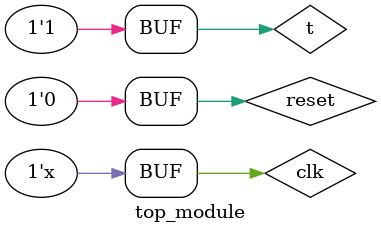
<source format=v>
module top_module ();
    
    reg reset;
    reg t;
    reg q;
    
    reg clk;
    parameter period = 10;
    
    always begin
        #(period / 2)	clk = ~clk;
    end
    
    initial begin
        	clk = 1'b0;
        	reset = 1'b0;
        	t = 1'b0;
        #10	reset = 1'b1;
        #10 reset = 1'b0;
        #10 t = 1'b1;
    end
    
    tff tff0(clk, reset, t, q);

endmodule

</source>
